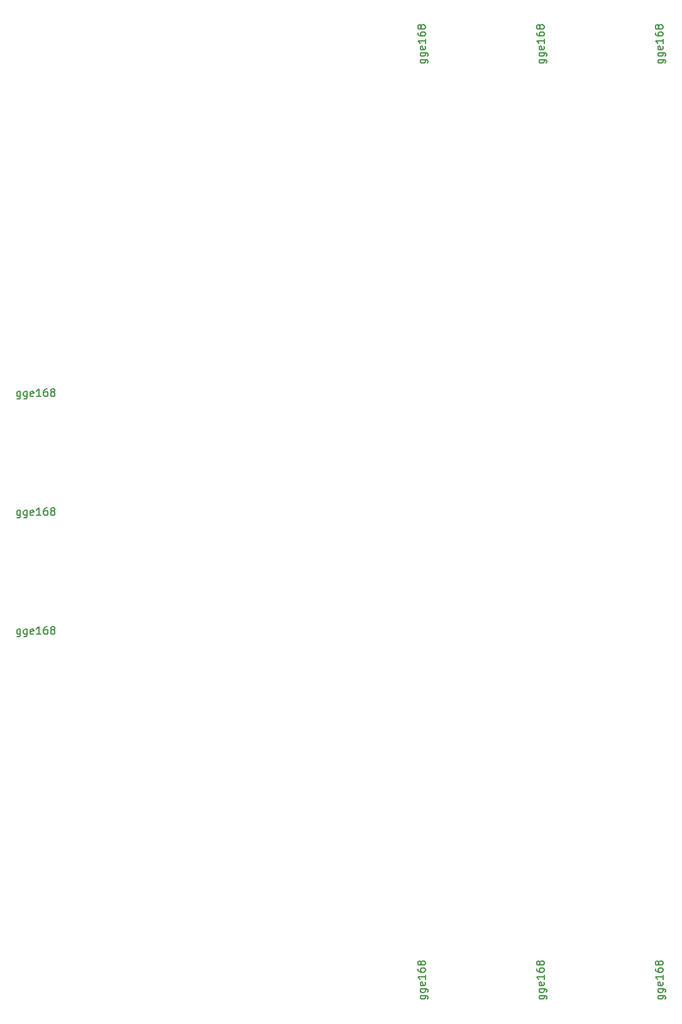
<source format=gbr>
%TF.GenerationSoftware,KiCad,Pcbnew,(5.1.9)-1*%
%TF.CreationDate,2021-08-10T11:53:15-06:00*%
%TF.ProjectId,VacuumFeedThruHDMI,56616375-756d-4466-9565-645468727548,rev?*%
%TF.SameCoordinates,Original*%
%TF.FileFunction,Other,Comment*%
%FSLAX46Y46*%
G04 Gerber Fmt 4.6, Leading zero omitted, Abs format (unit mm)*
G04 Created by KiCad (PCBNEW (5.1.9)-1) date 2021-08-10 11:53:15*
%MOMM*%
%LPD*%
G01*
G04 APERTURE LIST*
%ADD10C,0.150000*%
G04 APERTURE END LIST*
%TO.C,J3_(9:12)*%
D10*
X15785714Y-65095238D02*
X16595238Y-65095238D01*
X16690476Y-65142857D01*
X16738095Y-65190476D01*
X16785714Y-65285714D01*
X16785714Y-65428571D01*
X16738095Y-65523809D01*
X16404761Y-65095238D02*
X16452380Y-65190476D01*
X16452380Y-65380952D01*
X16404761Y-65476190D01*
X16357142Y-65523809D01*
X16261904Y-65571428D01*
X15976190Y-65571428D01*
X15880952Y-65523809D01*
X15833333Y-65476190D01*
X15785714Y-65380952D01*
X15785714Y-65190476D01*
X15833333Y-65095238D01*
X15785714Y-64190476D02*
X16595238Y-64190476D01*
X16690476Y-64238095D01*
X16738095Y-64285714D01*
X16785714Y-64380952D01*
X16785714Y-64523809D01*
X16738095Y-64619047D01*
X16404761Y-64190476D02*
X16452380Y-64285714D01*
X16452380Y-64476190D01*
X16404761Y-64571428D01*
X16357142Y-64619047D01*
X16261904Y-64666666D01*
X15976190Y-64666666D01*
X15880952Y-64619047D01*
X15833333Y-64571428D01*
X15785714Y-64476190D01*
X15785714Y-64285714D01*
X15833333Y-64190476D01*
X16404761Y-63333333D02*
X16452380Y-63428571D01*
X16452380Y-63619047D01*
X16404761Y-63714285D01*
X16309523Y-63761904D01*
X15928571Y-63761904D01*
X15833333Y-63714285D01*
X15785714Y-63619047D01*
X15785714Y-63428571D01*
X15833333Y-63333333D01*
X15928571Y-63285714D01*
X16023809Y-63285714D01*
X16119047Y-63761904D01*
X16452380Y-62333333D02*
X16452380Y-62904761D01*
X16452380Y-62619047D02*
X15452380Y-62619047D01*
X15595238Y-62714285D01*
X15690476Y-62809523D01*
X15738095Y-62904761D01*
X15452380Y-61476190D02*
X15452380Y-61666666D01*
X15500000Y-61761904D01*
X15547619Y-61809523D01*
X15690476Y-61904761D01*
X15880952Y-61952380D01*
X16261904Y-61952380D01*
X16357142Y-61904761D01*
X16404761Y-61857142D01*
X16452380Y-61761904D01*
X16452380Y-61571428D01*
X16404761Y-61476190D01*
X16357142Y-61428571D01*
X16261904Y-61380952D01*
X16023809Y-61380952D01*
X15928571Y-61428571D01*
X15880952Y-61476190D01*
X15833333Y-61571428D01*
X15833333Y-61761904D01*
X15880952Y-61857142D01*
X15928571Y-61904761D01*
X16023809Y-61952380D01*
X15880952Y-60809523D02*
X15833333Y-60904761D01*
X15785714Y-60952380D01*
X15690476Y-61000000D01*
X15642857Y-61000000D01*
X15547619Y-60952380D01*
X15500000Y-60904761D01*
X15452380Y-60809523D01*
X15452380Y-60619047D01*
X15500000Y-60523809D01*
X15547619Y-60476190D01*
X15642857Y-60428571D01*
X15690476Y-60428571D01*
X15785714Y-60476190D01*
X15833333Y-60523809D01*
X15880952Y-60619047D01*
X15880952Y-60809523D01*
X15928571Y-60904761D01*
X15976190Y-60952380D01*
X16071428Y-61000000D01*
X16261904Y-61000000D01*
X16357142Y-60952380D01*
X16404761Y-60904761D01*
X16452380Y-60809523D01*
X16452380Y-60619047D01*
X16404761Y-60523809D01*
X16357142Y-60476190D01*
X16261904Y-60428571D01*
X16071428Y-60428571D01*
X15976190Y-60476190D01*
X15928571Y-60523809D01*
X15880952Y-60619047D01*
%TO.C,J3_(1:4)*%
X-16214285Y-65095238D02*
X-15404761Y-65095238D01*
X-15309523Y-65142857D01*
X-15261904Y-65190476D01*
X-15214285Y-65285714D01*
X-15214285Y-65428571D01*
X-15261904Y-65523809D01*
X-15595238Y-65095238D02*
X-15547619Y-65190476D01*
X-15547619Y-65380952D01*
X-15595238Y-65476190D01*
X-15642857Y-65523809D01*
X-15738095Y-65571428D01*
X-16023809Y-65571428D01*
X-16119047Y-65523809D01*
X-16166666Y-65476190D01*
X-16214285Y-65380952D01*
X-16214285Y-65190476D01*
X-16166666Y-65095238D01*
X-16214285Y-64190476D02*
X-15404761Y-64190476D01*
X-15309523Y-64238095D01*
X-15261904Y-64285714D01*
X-15214285Y-64380952D01*
X-15214285Y-64523809D01*
X-15261904Y-64619047D01*
X-15595238Y-64190476D02*
X-15547619Y-64285714D01*
X-15547619Y-64476190D01*
X-15595238Y-64571428D01*
X-15642857Y-64619047D01*
X-15738095Y-64666666D01*
X-16023809Y-64666666D01*
X-16119047Y-64619047D01*
X-16166666Y-64571428D01*
X-16214285Y-64476190D01*
X-16214285Y-64285714D01*
X-16166666Y-64190476D01*
X-15595238Y-63333333D02*
X-15547619Y-63428571D01*
X-15547619Y-63619047D01*
X-15595238Y-63714285D01*
X-15690476Y-63761904D01*
X-16071428Y-63761904D01*
X-16166666Y-63714285D01*
X-16214285Y-63619047D01*
X-16214285Y-63428571D01*
X-16166666Y-63333333D01*
X-16071428Y-63285714D01*
X-15976190Y-63285714D01*
X-15880952Y-63761904D01*
X-15547619Y-62333333D02*
X-15547619Y-62904761D01*
X-15547619Y-62619047D02*
X-16547619Y-62619047D01*
X-16404761Y-62714285D01*
X-16309523Y-62809523D01*
X-16261904Y-62904761D01*
X-16547619Y-61476190D02*
X-16547619Y-61666666D01*
X-16500000Y-61761904D01*
X-16452380Y-61809523D01*
X-16309523Y-61904761D01*
X-16119047Y-61952380D01*
X-15738095Y-61952380D01*
X-15642857Y-61904761D01*
X-15595238Y-61857142D01*
X-15547619Y-61761904D01*
X-15547619Y-61571428D01*
X-15595238Y-61476190D01*
X-15642857Y-61428571D01*
X-15738095Y-61380952D01*
X-15976190Y-61380952D01*
X-16071428Y-61428571D01*
X-16119047Y-61476190D01*
X-16166666Y-61571428D01*
X-16166666Y-61761904D01*
X-16119047Y-61857142D01*
X-16071428Y-61904761D01*
X-15976190Y-61952380D01*
X-16119047Y-60809523D02*
X-16166666Y-60904761D01*
X-16214285Y-60952380D01*
X-16309523Y-61000000D01*
X-16357142Y-61000000D01*
X-16452380Y-60952380D01*
X-16500000Y-60904761D01*
X-16547619Y-60809523D01*
X-16547619Y-60619047D01*
X-16500000Y-60523809D01*
X-16452380Y-60476190D01*
X-16357142Y-60428571D01*
X-16309523Y-60428571D01*
X-16214285Y-60476190D01*
X-16166666Y-60523809D01*
X-16119047Y-60619047D01*
X-16119047Y-60809523D01*
X-16071428Y-60904761D01*
X-16023809Y-60952380D01*
X-15928571Y-61000000D01*
X-15738095Y-61000000D01*
X-15642857Y-60952380D01*
X-15595238Y-60904761D01*
X-15547619Y-60809523D01*
X-15547619Y-60619047D01*
X-15595238Y-60523809D01*
X-15642857Y-60476190D01*
X-15738095Y-60428571D01*
X-15928571Y-60428571D01*
X-16023809Y-60476190D01*
X-16071428Y-60523809D01*
X-16119047Y-60619047D01*
%TO.C,J3_(5:8)*%
X-214285Y-65095238D02*
X595238Y-65095238D01*
X690476Y-65142857D01*
X738095Y-65190476D01*
X785714Y-65285714D01*
X785714Y-65428571D01*
X738095Y-65523809D01*
X404761Y-65095238D02*
X452380Y-65190476D01*
X452380Y-65380952D01*
X404761Y-65476190D01*
X357142Y-65523809D01*
X261904Y-65571428D01*
X-23809Y-65571428D01*
X-119047Y-65523809D01*
X-166666Y-65476190D01*
X-214285Y-65380952D01*
X-214285Y-65190476D01*
X-166666Y-65095238D01*
X-214285Y-64190476D02*
X595238Y-64190476D01*
X690476Y-64238095D01*
X738095Y-64285714D01*
X785714Y-64380952D01*
X785714Y-64523809D01*
X738095Y-64619047D01*
X404761Y-64190476D02*
X452380Y-64285714D01*
X452380Y-64476190D01*
X404761Y-64571428D01*
X357142Y-64619047D01*
X261904Y-64666666D01*
X-23809Y-64666666D01*
X-119047Y-64619047D01*
X-166666Y-64571428D01*
X-214285Y-64476190D01*
X-214285Y-64285714D01*
X-166666Y-64190476D01*
X404761Y-63333333D02*
X452380Y-63428571D01*
X452380Y-63619047D01*
X404761Y-63714285D01*
X309523Y-63761904D01*
X-71428Y-63761904D01*
X-166666Y-63714285D01*
X-214285Y-63619047D01*
X-214285Y-63428571D01*
X-166666Y-63333333D01*
X-71428Y-63285714D01*
X23809Y-63285714D01*
X119047Y-63761904D01*
X452380Y-62333333D02*
X452380Y-62904761D01*
X452380Y-62619047D02*
X-547619Y-62619047D01*
X-404761Y-62714285D01*
X-309523Y-62809523D01*
X-261904Y-62904761D01*
X-547619Y-61476190D02*
X-547619Y-61666666D01*
X-499999Y-61761904D01*
X-452380Y-61809523D01*
X-309523Y-61904761D01*
X-119047Y-61952380D01*
X261904Y-61952380D01*
X357142Y-61904761D01*
X404761Y-61857142D01*
X452380Y-61761904D01*
X452380Y-61571428D01*
X404761Y-61476190D01*
X357142Y-61428571D01*
X261904Y-61380952D01*
X23809Y-61380952D01*
X-71428Y-61428571D01*
X-119047Y-61476190D01*
X-166666Y-61571428D01*
X-166666Y-61761904D01*
X-119047Y-61857142D01*
X-71428Y-61904761D01*
X23809Y-61952380D01*
X-119047Y-60809523D02*
X-166666Y-60904761D01*
X-214285Y-60952380D01*
X-309523Y-61000000D01*
X-357142Y-61000000D01*
X-452380Y-60952380D01*
X-499999Y-60904761D01*
X-547619Y-60809523D01*
X-547619Y-60619047D01*
X-499999Y-60523809D01*
X-452380Y-60476190D01*
X-357142Y-60428571D01*
X-309523Y-60428571D01*
X-214285Y-60476190D01*
X-166666Y-60523809D01*
X-119047Y-60619047D01*
X-119047Y-60809523D01*
X-71428Y-60904761D01*
X-23809Y-60952380D01*
X71428Y-61000000D01*
X261904Y-61000000D01*
X357142Y-60952380D01*
X404761Y-60904761D01*
X452380Y-60809523D01*
X452380Y-60619047D01*
X404761Y-60523809D01*
X357142Y-60476190D01*
X261904Y-60428571D01*
X71428Y-60428571D01*
X-23809Y-60476190D01*
X-71428Y-60523809D01*
X-119047Y-60619047D01*
%TO.C,J1_(9:12)*%
X15785714Y60904761D02*
X16595238Y60904761D01*
X16690476Y60857142D01*
X16738095Y60809523D01*
X16785714Y60714285D01*
X16785714Y60571428D01*
X16738095Y60476190D01*
X16404761Y60904761D02*
X16452380Y60809523D01*
X16452380Y60619047D01*
X16404761Y60523809D01*
X16357142Y60476190D01*
X16261904Y60428571D01*
X15976190Y60428571D01*
X15880952Y60476190D01*
X15833333Y60523809D01*
X15785714Y60619047D01*
X15785714Y60809523D01*
X15833333Y60904761D01*
X15785714Y61809523D02*
X16595238Y61809523D01*
X16690476Y61761904D01*
X16738095Y61714285D01*
X16785714Y61619047D01*
X16785714Y61476190D01*
X16738095Y61380952D01*
X16404761Y61809523D02*
X16452380Y61714285D01*
X16452380Y61523809D01*
X16404761Y61428571D01*
X16357142Y61380952D01*
X16261904Y61333333D01*
X15976190Y61333333D01*
X15880952Y61380952D01*
X15833333Y61428571D01*
X15785714Y61523809D01*
X15785714Y61714285D01*
X15833333Y61809523D01*
X16404761Y62666666D02*
X16452380Y62571428D01*
X16452380Y62380952D01*
X16404761Y62285714D01*
X16309523Y62238095D01*
X15928571Y62238095D01*
X15833333Y62285714D01*
X15785714Y62380952D01*
X15785714Y62571428D01*
X15833333Y62666666D01*
X15928571Y62714285D01*
X16023809Y62714285D01*
X16119047Y62238095D01*
X16452380Y63666666D02*
X16452380Y63095238D01*
X16452380Y63380952D02*
X15452380Y63380952D01*
X15595238Y63285714D01*
X15690476Y63190476D01*
X15738095Y63095238D01*
X15452380Y64523809D02*
X15452380Y64333333D01*
X15500000Y64238095D01*
X15547619Y64190476D01*
X15690476Y64095238D01*
X15880952Y64047619D01*
X16261904Y64047619D01*
X16357142Y64095238D01*
X16404761Y64142857D01*
X16452380Y64238095D01*
X16452380Y64428571D01*
X16404761Y64523809D01*
X16357142Y64571428D01*
X16261904Y64619047D01*
X16023809Y64619047D01*
X15928571Y64571428D01*
X15880952Y64523809D01*
X15833333Y64428571D01*
X15833333Y64238095D01*
X15880952Y64142857D01*
X15928571Y64095238D01*
X16023809Y64047619D01*
X15880952Y65190476D02*
X15833333Y65095238D01*
X15785714Y65047619D01*
X15690476Y65000000D01*
X15642857Y65000000D01*
X15547619Y65047619D01*
X15500000Y65095238D01*
X15452380Y65190476D01*
X15452380Y65380952D01*
X15500000Y65476190D01*
X15547619Y65523809D01*
X15642857Y65571428D01*
X15690476Y65571428D01*
X15785714Y65523809D01*
X15833333Y65476190D01*
X15880952Y65380952D01*
X15880952Y65190476D01*
X15928571Y65095238D01*
X15976190Y65047619D01*
X16071428Y65000000D01*
X16261904Y65000000D01*
X16357142Y65047619D01*
X16404761Y65095238D01*
X16452380Y65190476D01*
X16452380Y65380952D01*
X16404761Y65476190D01*
X16357142Y65523809D01*
X16261904Y65571428D01*
X16071428Y65571428D01*
X15976190Y65523809D01*
X15928571Y65476190D01*
X15880952Y65380952D01*
%TO.C,J1_(1:4)*%
X-16214285Y60904761D02*
X-15404761Y60904761D01*
X-15309523Y60857142D01*
X-15261904Y60809523D01*
X-15214285Y60714285D01*
X-15214285Y60571428D01*
X-15261904Y60476190D01*
X-15595238Y60904761D02*
X-15547619Y60809523D01*
X-15547619Y60619047D01*
X-15595238Y60523809D01*
X-15642857Y60476190D01*
X-15738095Y60428571D01*
X-16023809Y60428571D01*
X-16119047Y60476190D01*
X-16166666Y60523809D01*
X-16214285Y60619047D01*
X-16214285Y60809523D01*
X-16166666Y60904761D01*
X-16214285Y61809523D02*
X-15404761Y61809523D01*
X-15309523Y61761904D01*
X-15261904Y61714285D01*
X-15214285Y61619047D01*
X-15214285Y61476190D01*
X-15261904Y61380952D01*
X-15595238Y61809523D02*
X-15547619Y61714285D01*
X-15547619Y61523809D01*
X-15595238Y61428571D01*
X-15642857Y61380952D01*
X-15738095Y61333333D01*
X-16023809Y61333333D01*
X-16119047Y61380952D01*
X-16166666Y61428571D01*
X-16214285Y61523809D01*
X-16214285Y61714285D01*
X-16166666Y61809523D01*
X-15595238Y62666666D02*
X-15547619Y62571428D01*
X-15547619Y62380952D01*
X-15595238Y62285714D01*
X-15690476Y62238095D01*
X-16071428Y62238095D01*
X-16166666Y62285714D01*
X-16214285Y62380952D01*
X-16214285Y62571428D01*
X-16166666Y62666666D01*
X-16071428Y62714285D01*
X-15976190Y62714285D01*
X-15880952Y62238095D01*
X-15547619Y63666666D02*
X-15547619Y63095238D01*
X-15547619Y63380952D02*
X-16547619Y63380952D01*
X-16404761Y63285714D01*
X-16309523Y63190476D01*
X-16261904Y63095238D01*
X-16547619Y64523809D02*
X-16547619Y64333333D01*
X-16500000Y64238095D01*
X-16452380Y64190476D01*
X-16309523Y64095238D01*
X-16119047Y64047619D01*
X-15738095Y64047619D01*
X-15642857Y64095238D01*
X-15595238Y64142857D01*
X-15547619Y64238095D01*
X-15547619Y64428571D01*
X-15595238Y64523809D01*
X-15642857Y64571428D01*
X-15738095Y64619047D01*
X-15976190Y64619047D01*
X-16071428Y64571428D01*
X-16119047Y64523809D01*
X-16166666Y64428571D01*
X-16166666Y64238095D01*
X-16119047Y64142857D01*
X-16071428Y64095238D01*
X-15976190Y64047619D01*
X-16119047Y65190476D02*
X-16166666Y65095238D01*
X-16214285Y65047619D01*
X-16309523Y65000000D01*
X-16357142Y65000000D01*
X-16452380Y65047619D01*
X-16500000Y65095238D01*
X-16547619Y65190476D01*
X-16547619Y65380952D01*
X-16500000Y65476190D01*
X-16452380Y65523809D01*
X-16357142Y65571428D01*
X-16309523Y65571428D01*
X-16214285Y65523809D01*
X-16166666Y65476190D01*
X-16119047Y65380952D01*
X-16119047Y65190476D01*
X-16071428Y65095238D01*
X-16023809Y65047619D01*
X-15928571Y65000000D01*
X-15738095Y65000000D01*
X-15642857Y65047619D01*
X-15595238Y65095238D01*
X-15547619Y65190476D01*
X-15547619Y65380952D01*
X-15595238Y65476190D01*
X-15642857Y65523809D01*
X-15738095Y65571428D01*
X-15928571Y65571428D01*
X-16023809Y65523809D01*
X-16071428Y65476190D01*
X-16119047Y65380952D01*
%TO.C,J1_(5:8)*%
X-214285Y60904761D02*
X595238Y60904761D01*
X690476Y60857142D01*
X738095Y60809523D01*
X785714Y60714285D01*
X785714Y60571428D01*
X738095Y60476190D01*
X404761Y60904761D02*
X452380Y60809523D01*
X452380Y60619047D01*
X404761Y60523809D01*
X357142Y60476190D01*
X261904Y60428571D01*
X-23809Y60428571D01*
X-119047Y60476190D01*
X-166666Y60523809D01*
X-214285Y60619047D01*
X-214285Y60809523D01*
X-166666Y60904761D01*
X-214285Y61809523D02*
X595238Y61809523D01*
X690476Y61761904D01*
X738095Y61714285D01*
X785714Y61619047D01*
X785714Y61476190D01*
X738095Y61380952D01*
X404761Y61809523D02*
X452380Y61714285D01*
X452380Y61523809D01*
X404761Y61428571D01*
X357142Y61380952D01*
X261904Y61333333D01*
X-23809Y61333333D01*
X-119047Y61380952D01*
X-166666Y61428571D01*
X-214285Y61523809D01*
X-214285Y61714285D01*
X-166666Y61809523D01*
X404761Y62666666D02*
X452380Y62571428D01*
X452380Y62380952D01*
X404761Y62285714D01*
X309523Y62238095D01*
X-71428Y62238095D01*
X-166666Y62285714D01*
X-214285Y62380952D01*
X-214285Y62571428D01*
X-166666Y62666666D01*
X-71428Y62714285D01*
X23809Y62714285D01*
X119047Y62238095D01*
X452380Y63666666D02*
X452380Y63095238D01*
X452380Y63380952D02*
X-547619Y63380952D01*
X-404761Y63285714D01*
X-309523Y63190476D01*
X-261904Y63095238D01*
X-547619Y64523809D02*
X-547619Y64333333D01*
X-499999Y64238095D01*
X-452380Y64190476D01*
X-309523Y64095238D01*
X-119047Y64047619D01*
X261904Y64047619D01*
X357142Y64095238D01*
X404761Y64142857D01*
X452380Y64238095D01*
X452380Y64428571D01*
X404761Y64523809D01*
X357142Y64571428D01*
X261904Y64619047D01*
X23809Y64619047D01*
X-71428Y64571428D01*
X-119047Y64523809D01*
X-166666Y64428571D01*
X-166666Y64238095D01*
X-119047Y64142857D01*
X-71428Y64095238D01*
X23809Y64047619D01*
X-119047Y65190476D02*
X-166666Y65095238D01*
X-214285Y65047619D01*
X-309523Y65000000D01*
X-357142Y65000000D01*
X-452380Y65047619D01*
X-499999Y65095238D01*
X-547619Y65190476D01*
X-547619Y65380952D01*
X-499999Y65476190D01*
X-452380Y65523809D01*
X-357142Y65571428D01*
X-309523Y65571428D01*
X-214285Y65523809D01*
X-166666Y65476190D01*
X-119047Y65380952D01*
X-119047Y65190476D01*
X-71428Y65095238D01*
X-23809Y65047619D01*
X71428Y65000000D01*
X261904Y65000000D01*
X357142Y65047619D01*
X404761Y65095238D01*
X452380Y65190476D01*
X452380Y65380952D01*
X404761Y65476190D01*
X357142Y65523809D01*
X261904Y65571428D01*
X71428Y65571428D01*
X-23809Y65523809D01*
X-71428Y65476190D01*
X-119047Y65380952D01*
%TO.C,J2_(9:12)*%
X-70095238Y16214285D02*
X-70095238Y15404761D01*
X-70142857Y15309523D01*
X-70190476Y15261904D01*
X-70285714Y15214285D01*
X-70428571Y15214285D01*
X-70523809Y15261904D01*
X-70095238Y15595238D02*
X-70190476Y15547619D01*
X-70380952Y15547619D01*
X-70476190Y15595238D01*
X-70523809Y15642857D01*
X-70571428Y15738095D01*
X-70571428Y16023809D01*
X-70523809Y16119047D01*
X-70476190Y16166666D01*
X-70380952Y16214285D01*
X-70190476Y16214285D01*
X-70095238Y16166666D01*
X-69190476Y16214285D02*
X-69190476Y15404761D01*
X-69238095Y15309523D01*
X-69285714Y15261904D01*
X-69380952Y15214285D01*
X-69523809Y15214285D01*
X-69619047Y15261904D01*
X-69190476Y15595238D02*
X-69285714Y15547619D01*
X-69476190Y15547619D01*
X-69571428Y15595238D01*
X-69619047Y15642857D01*
X-69666666Y15738095D01*
X-69666666Y16023809D01*
X-69619047Y16119047D01*
X-69571428Y16166666D01*
X-69476190Y16214285D01*
X-69285714Y16214285D01*
X-69190476Y16166666D01*
X-68333333Y15595238D02*
X-68428571Y15547619D01*
X-68619047Y15547619D01*
X-68714285Y15595238D01*
X-68761904Y15690476D01*
X-68761904Y16071428D01*
X-68714285Y16166666D01*
X-68619047Y16214285D01*
X-68428571Y16214285D01*
X-68333333Y16166666D01*
X-68285714Y16071428D01*
X-68285714Y15976190D01*
X-68761904Y15880952D01*
X-67333333Y15547619D02*
X-67904761Y15547619D01*
X-67619047Y15547619D02*
X-67619047Y16547619D01*
X-67714285Y16404761D01*
X-67809523Y16309523D01*
X-67904761Y16261904D01*
X-66476190Y16547619D02*
X-66666666Y16547619D01*
X-66761904Y16500000D01*
X-66809523Y16452380D01*
X-66904761Y16309523D01*
X-66952380Y16119047D01*
X-66952380Y15738095D01*
X-66904761Y15642857D01*
X-66857142Y15595238D01*
X-66761904Y15547619D01*
X-66571428Y15547619D01*
X-66476190Y15595238D01*
X-66428571Y15642857D01*
X-66380952Y15738095D01*
X-66380952Y15976190D01*
X-66428571Y16071428D01*
X-66476190Y16119047D01*
X-66571428Y16166666D01*
X-66761904Y16166666D01*
X-66857142Y16119047D01*
X-66904761Y16071428D01*
X-66952380Y15976190D01*
X-65809523Y16119047D02*
X-65904761Y16166666D01*
X-65952380Y16214285D01*
X-66000000Y16309523D01*
X-66000000Y16357142D01*
X-65952380Y16452380D01*
X-65904761Y16500000D01*
X-65809523Y16547619D01*
X-65619047Y16547619D01*
X-65523809Y16500000D01*
X-65476190Y16452380D01*
X-65428571Y16357142D01*
X-65428571Y16309523D01*
X-65476190Y16214285D01*
X-65523809Y16166666D01*
X-65619047Y16119047D01*
X-65809523Y16119047D01*
X-65904761Y16071428D01*
X-65952380Y16023809D01*
X-66000000Y15928571D01*
X-66000000Y15738095D01*
X-65952380Y15642857D01*
X-65904761Y15595238D01*
X-65809523Y15547619D01*
X-65619047Y15547619D01*
X-65523809Y15595238D01*
X-65476190Y15642857D01*
X-65428571Y15738095D01*
X-65428571Y15928571D01*
X-65476190Y16023809D01*
X-65523809Y16071428D01*
X-65619047Y16119047D01*
%TO.C,J2_(1:4)*%
X-70095238Y-15785714D02*
X-70095238Y-16595238D01*
X-70142857Y-16690476D01*
X-70190476Y-16738095D01*
X-70285714Y-16785714D01*
X-70428571Y-16785714D01*
X-70523809Y-16738095D01*
X-70095238Y-16404761D02*
X-70190476Y-16452380D01*
X-70380952Y-16452380D01*
X-70476190Y-16404761D01*
X-70523809Y-16357142D01*
X-70571428Y-16261904D01*
X-70571428Y-15976190D01*
X-70523809Y-15880952D01*
X-70476190Y-15833333D01*
X-70380952Y-15785714D01*
X-70190476Y-15785714D01*
X-70095238Y-15833333D01*
X-69190476Y-15785714D02*
X-69190476Y-16595238D01*
X-69238095Y-16690476D01*
X-69285714Y-16738095D01*
X-69380952Y-16785714D01*
X-69523809Y-16785714D01*
X-69619047Y-16738095D01*
X-69190476Y-16404761D02*
X-69285714Y-16452380D01*
X-69476190Y-16452380D01*
X-69571428Y-16404761D01*
X-69619047Y-16357142D01*
X-69666666Y-16261904D01*
X-69666666Y-15976190D01*
X-69619047Y-15880952D01*
X-69571428Y-15833333D01*
X-69476190Y-15785714D01*
X-69285714Y-15785714D01*
X-69190476Y-15833333D01*
X-68333333Y-16404761D02*
X-68428571Y-16452380D01*
X-68619047Y-16452380D01*
X-68714285Y-16404761D01*
X-68761904Y-16309523D01*
X-68761904Y-15928571D01*
X-68714285Y-15833333D01*
X-68619047Y-15785714D01*
X-68428571Y-15785714D01*
X-68333333Y-15833333D01*
X-68285714Y-15928571D01*
X-68285714Y-16023809D01*
X-68761904Y-16119047D01*
X-67333333Y-16452380D02*
X-67904761Y-16452380D01*
X-67619047Y-16452380D02*
X-67619047Y-15452380D01*
X-67714285Y-15595238D01*
X-67809523Y-15690476D01*
X-67904761Y-15738095D01*
X-66476190Y-15452380D02*
X-66666666Y-15452380D01*
X-66761904Y-15500000D01*
X-66809523Y-15547619D01*
X-66904761Y-15690476D01*
X-66952380Y-15880952D01*
X-66952380Y-16261904D01*
X-66904761Y-16357142D01*
X-66857142Y-16404761D01*
X-66761904Y-16452380D01*
X-66571428Y-16452380D01*
X-66476190Y-16404761D01*
X-66428571Y-16357142D01*
X-66380952Y-16261904D01*
X-66380952Y-16023809D01*
X-66428571Y-15928571D01*
X-66476190Y-15880952D01*
X-66571428Y-15833333D01*
X-66761904Y-15833333D01*
X-66857142Y-15880952D01*
X-66904761Y-15928571D01*
X-66952380Y-16023809D01*
X-65809523Y-15880952D02*
X-65904761Y-15833333D01*
X-65952380Y-15785714D01*
X-66000000Y-15690476D01*
X-66000000Y-15642857D01*
X-65952380Y-15547619D01*
X-65904761Y-15500000D01*
X-65809523Y-15452380D01*
X-65619047Y-15452380D01*
X-65523809Y-15500000D01*
X-65476190Y-15547619D01*
X-65428571Y-15642857D01*
X-65428571Y-15690476D01*
X-65476190Y-15785714D01*
X-65523809Y-15833333D01*
X-65619047Y-15880952D01*
X-65809523Y-15880952D01*
X-65904761Y-15928571D01*
X-65952380Y-15976190D01*
X-66000000Y-16071428D01*
X-66000000Y-16261904D01*
X-65952380Y-16357142D01*
X-65904761Y-16404761D01*
X-65809523Y-16452380D01*
X-65619047Y-16452380D01*
X-65523809Y-16404761D01*
X-65476190Y-16357142D01*
X-65428571Y-16261904D01*
X-65428571Y-16071428D01*
X-65476190Y-15976190D01*
X-65523809Y-15928571D01*
X-65619047Y-15880952D01*
%TO.C,J2_(5:8)*%
X-70095238Y214285D02*
X-70095238Y-595238D01*
X-70142857Y-690476D01*
X-70190476Y-738095D01*
X-70285714Y-785714D01*
X-70428571Y-785714D01*
X-70523809Y-738095D01*
X-70095238Y-404761D02*
X-70190476Y-452380D01*
X-70380952Y-452380D01*
X-70476190Y-404761D01*
X-70523809Y-357142D01*
X-70571428Y-261904D01*
X-70571428Y23809D01*
X-70523809Y119047D01*
X-70476190Y166666D01*
X-70380952Y214285D01*
X-70190476Y214285D01*
X-70095238Y166666D01*
X-69190476Y214285D02*
X-69190476Y-595238D01*
X-69238095Y-690476D01*
X-69285714Y-738095D01*
X-69380952Y-785714D01*
X-69523809Y-785714D01*
X-69619047Y-738095D01*
X-69190476Y-404761D02*
X-69285714Y-452380D01*
X-69476190Y-452380D01*
X-69571428Y-404761D01*
X-69619047Y-357142D01*
X-69666666Y-261904D01*
X-69666666Y23809D01*
X-69619047Y119047D01*
X-69571428Y166666D01*
X-69476190Y214285D01*
X-69285714Y214285D01*
X-69190476Y166666D01*
X-68333333Y-404761D02*
X-68428571Y-452380D01*
X-68619047Y-452380D01*
X-68714285Y-404761D01*
X-68761904Y-309523D01*
X-68761904Y71428D01*
X-68714285Y166666D01*
X-68619047Y214285D01*
X-68428571Y214285D01*
X-68333333Y166666D01*
X-68285714Y71428D01*
X-68285714Y-23809D01*
X-68761904Y-119047D01*
X-67333333Y-452380D02*
X-67904761Y-452380D01*
X-67619047Y-452380D02*
X-67619047Y547619D01*
X-67714285Y404761D01*
X-67809523Y309523D01*
X-67904761Y261904D01*
X-66476190Y547619D02*
X-66666666Y547619D01*
X-66761904Y500000D01*
X-66809523Y452380D01*
X-66904761Y309523D01*
X-66952380Y119047D01*
X-66952380Y-261904D01*
X-66904761Y-357142D01*
X-66857142Y-404761D01*
X-66761904Y-452380D01*
X-66571428Y-452380D01*
X-66476190Y-404761D01*
X-66428571Y-357142D01*
X-66380952Y-261904D01*
X-66380952Y-23809D01*
X-66428571Y71428D01*
X-66476190Y119047D01*
X-66571428Y166666D01*
X-66761904Y166666D01*
X-66857142Y119047D01*
X-66904761Y71428D01*
X-66952380Y-23809D01*
X-65809523Y119047D02*
X-65904761Y166666D01*
X-65952380Y214285D01*
X-66000000Y309523D01*
X-66000000Y357142D01*
X-65952380Y452380D01*
X-65904761Y500000D01*
X-65809523Y547619D01*
X-65619047Y547619D01*
X-65523809Y500000D01*
X-65476190Y452380D01*
X-65428571Y357142D01*
X-65428571Y309523D01*
X-65476190Y214285D01*
X-65523809Y166666D01*
X-65619047Y119047D01*
X-65809523Y119047D01*
X-65904761Y71428D01*
X-65952380Y23809D01*
X-66000000Y-71428D01*
X-66000000Y-261904D01*
X-65952380Y-357142D01*
X-65904761Y-404761D01*
X-65809523Y-452380D01*
X-65619047Y-452380D01*
X-65523809Y-404761D01*
X-65476190Y-357142D01*
X-65428571Y-261904D01*
X-65428571Y-71428D01*
X-65476190Y23809D01*
X-65523809Y71428D01*
X-65619047Y119047D01*
%TD*%
M02*

</source>
